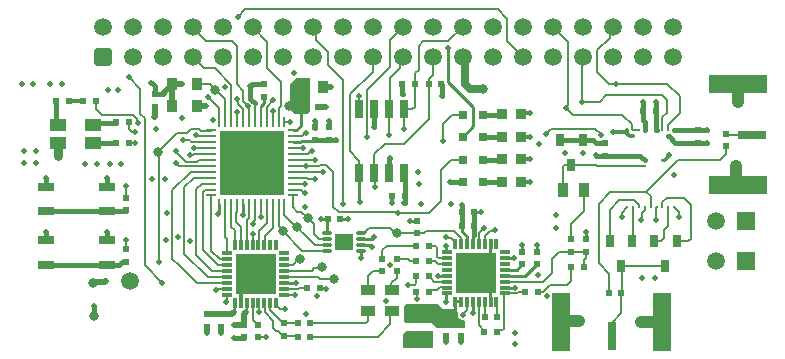
<source format=gtl>
G04*
G04 #@! TF.GenerationSoftware,Altium Limited,Altium Designer,21.2.2 (38)*
G04*
G04 Layer_Physical_Order=1*
G04 Layer_Color=255*
%FSLAX44Y44*%
%MOMM*%
G71*
G04*
G04 #@! TF.SameCoordinates,E7746868-0F62-4201-A4F5-850C2E651218*
G04*
G04*
G04 #@! TF.FilePolarity,Positive*
G04*
G01*
G75*
%ADD12C,0.2540*%
%ADD18R,0.2500X0.8500*%
%ADD19R,0.8500X0.2500*%
%ADD20R,5.5000X5.5000*%
%ADD21R,0.6000X0.5000*%
%ADD22C,0.2000*%
%ADD23R,0.6500X1.1000*%
%ADD24R,0.8500X0.9500*%
%ADD25R,0.8000X0.8000*%
%ADD26R,0.6500X1.5250*%
%ADD27R,1.2500X0.9000*%
%ADD28R,0.9000X1.2500*%
%ADD29R,0.8500X1.0500*%
G04:AMPARAMS|DCode=30|XSize=0.86mm|YSize=0.26mm|CornerRadius=0.0325mm|HoleSize=0mm|Usage=FLASHONLY|Rotation=180.000|XOffset=0mm|YOffset=0mm|HoleType=Round|Shape=RoundedRectangle|*
%AMROUNDEDRECTD30*
21,1,0.8600,0.1950,0,0,180.0*
21,1,0.7950,0.2600,0,0,180.0*
1,1,0.0650,-0.3975,0.0975*
1,1,0.0650,0.3975,0.0975*
1,1,0.0650,0.3975,-0.0975*
1,1,0.0650,-0.3975,-0.0975*
%
%ADD30ROUNDEDRECTD30*%
G04:AMPARAMS|DCode=31|XSize=0.86mm|YSize=0.26mm|CornerRadius=0.0325mm|HoleSize=0mm|Usage=FLASHONLY|Rotation=90.000|XOffset=0mm|YOffset=0mm|HoleType=Round|Shape=RoundedRectangle|*
%AMROUNDEDRECTD31*
21,1,0.8600,0.1950,0,0,90.0*
21,1,0.7950,0.2600,0,0,90.0*
1,1,0.0650,0.0975,0.3975*
1,1,0.0650,0.0975,-0.3975*
1,1,0.0650,-0.0975,-0.3975*
1,1,0.0650,-0.0975,0.3975*
%
%ADD31ROUNDEDRECTD31*%
%ADD32R,0.9000X1.0000*%
%ADD33R,1.4000X1.1000*%
%ADD34R,0.5000X0.6000*%
%ADD35R,1.4500X0.7000*%
G04:AMPARAMS|DCode=36|XSize=0.84mm|YSize=0.27mm|CornerRadius=0.0675mm|HoleSize=0mm|Usage=FLASHONLY|Rotation=0.000|XOffset=0mm|YOffset=0mm|HoleType=Round|Shape=RoundedRectangle|*
%AMROUNDEDRECTD36*
21,1,0.8400,0.1350,0,0,0.0*
21,1,0.7050,0.2700,0,0,0.0*
1,1,0.1350,0.3525,-0.0675*
1,1,0.1350,-0.3525,-0.0675*
1,1,0.1350,-0.3525,0.0675*
1,1,0.1350,0.3525,0.0675*
%
%ADD36ROUNDEDRECTD36*%
%ADD37R,0.7000X2.3500*%
%ADD38R,1.6000X4.9000*%
%ADD39R,4.9000X1.6000*%
%ADD40R,2.3500X0.7000*%
%ADD73R,3.4500X3.4500*%
%ADD74C,0.8000*%
%ADD75R,1.6250X1.4250*%
%ADD76C,0.1847*%
%ADD77C,0.1850*%
%ADD78C,0.2032*%
%ADD79C,0.5080*%
%ADD80C,0.7620*%
%ADD81C,0.3810*%
%ADD82C,0.3048*%
%ADD83C,1.2700*%
%ADD84C,1.0160*%
%ADD85C,0.6350*%
%ADD86C,0.3000*%
%ADD87C,1.5000*%
%ADD88R,1.5000X1.5000*%
G04:AMPARAMS|DCode=89|XSize=1.5mm|YSize=1.5mm|CornerRadius=0.225mm|HoleSize=0mm|Usage=FLASHONLY|Rotation=0.000|XOffset=0mm|YOffset=0mm|HoleType=Round|Shape=RoundedRectangle|*
%AMROUNDEDRECTD89*
21,1,1.5000,1.0500,0,0,0.0*
21,1,1.0500,1.5000,0,0,0.0*
1,1,0.4500,0.5250,-0.5250*
1,1,0.4500,-0.5250,-0.5250*
1,1,0.4500,-0.5250,0.5250*
1,1,0.4500,0.5250,0.5250*
%
%ADD89ROUNDEDRECTD89*%
%ADD90C,0.5000*%
G36*
X363500Y20000D02*
X363500Y6117D01*
X338882D01*
X338500Y6500D01*
Y17500D01*
X341000Y20000D01*
X363500Y20000D01*
D02*
G37*
G36*
X372202Y38645D02*
X382355D01*
X385000Y36000D01*
Y35897D01*
X384640Y35029D01*
Y33239D01*
X385326Y31585D01*
X386591Y30319D01*
X388245Y29634D01*
X389993D01*
X390276Y29426D01*
X391000Y28802D01*
X391000Y23500D01*
X390500Y23000D01*
X367000D01*
X363000Y27000D01*
X341000Y27000D01*
X339000Y29000D01*
X339000Y41471D01*
X340529Y43000D01*
X367847Y43000D01*
X372202Y38645D01*
D02*
G37*
G36*
X260000Y206500D02*
X257500Y204000D01*
X246514Y204000D01*
X244106Y206386D01*
X242500Y207992D01*
Y228490D01*
X243892Y229881D01*
X247973Y234000D01*
X260000Y234000D01*
X260000Y206500D01*
D02*
G37*
D12*
X202990Y118731D02*
Y127875D01*
X182980Y127980D02*
X183000Y128000D01*
X182111Y119755D02*
X182980Y120624D01*
X202932Y127933D02*
X202990Y127875D01*
X182980Y120624D02*
Y127980D01*
X182111Y119089D02*
Y119755D01*
X559500Y165000D02*
X564000Y169500D01*
X558000Y165000D02*
X559500D01*
X423876Y57030D02*
X423901Y57005D01*
X433092D01*
X433096Y57009D01*
X275294Y182250D02*
X275501Y182043D01*
X275604Y182146D01*
X392271Y93484D02*
Y100229D01*
X400000Y69500D02*
X412446Y81946D01*
X400000Y69500D02*
X412446Y57054D01*
X375197Y87026D02*
X376124D01*
X375362Y51974D02*
X376124D01*
X397470Y35275D02*
Y45598D01*
X397483Y45611D01*
X397360Y35165D02*
X397470Y35275D01*
X262675Y181424D02*
X263501Y182250D01*
X251503Y180020D02*
X252907Y181424D01*
X262675D01*
X245020Y180020D02*
X251503D01*
X388244Y104256D02*
Y108950D01*
X220545Y213457D02*
Y218543D01*
X220751Y218749D01*
X309972Y92920D02*
X311665Y91227D01*
X302780Y92920D02*
X309972D01*
X311665Y91227D02*
X312331D01*
X218000Y210500D02*
Y210912D01*
X220545Y213457D01*
X269107Y115037D02*
X274712D01*
X269069Y115074D02*
X269107Y115037D01*
X274712D02*
X274750Y114999D01*
X375108Y51720D02*
X375362Y51974D01*
X375108Y44608D02*
Y51720D01*
X251250Y210500D02*
X252000Y211250D01*
X255249Y210500D02*
X255750Y209999D01*
X251250Y210500D02*
X255249D01*
X251750Y193790D02*
Y210000D01*
X251250Y210500D02*
X251750Y210000D01*
X242000Y210500D02*
X251250D01*
X252000Y225250D02*
X252750Y226000D01*
X253000D01*
X253500Y226500D01*
X374944Y87280D02*
Y92016D01*
Y87280D02*
X375197Y87026D01*
X392271Y93484D02*
X392380Y93376D01*
X388244Y104256D02*
X392271Y100229D01*
X275537Y197911D02*
X275573Y197948D01*
X270500Y226500D02*
X271000Y227000D01*
X313442Y99500D02*
X314000D01*
X305592Y98000D02*
X305630Y98038D01*
X302700Y98000D02*
X305592D01*
X311980Y98038D02*
X313442Y99500D01*
X305630Y98038D02*
X311980D01*
X302700Y93000D02*
X302780Y92920D01*
X252000Y211250D02*
Y225250D01*
X245000Y190000D02*
X247960D01*
X251750Y193790D01*
X275501Y192749D02*
X275537Y192786D01*
X281633Y182146D02*
X281737Y182043D01*
X164000Y210500D02*
X164000Y210500D01*
X376519Y230979D02*
Y259481D01*
Y230979D02*
X397749Y209749D01*
Y193500D02*
Y209749D01*
X389000Y184750D02*
X397749Y193500D01*
X376500Y259500D02*
X376519Y259481D01*
X349954Y113703D02*
X350001Y113749D01*
X344500Y113656D02*
X344547Y113703D01*
X349954D01*
X343500Y33000D02*
X357000D01*
X357500Y33500D01*
X374999Y26750D02*
X375499D01*
X387527Y45597D02*
X387554Y45624D01*
X375499Y26750D02*
X382474Y33725D01*
Y45624D01*
X195500Y25500D02*
X195751Y25249D01*
X302920Y88000D02*
X303000Y87920D01*
Y82000D02*
Y87920D01*
X302700Y88000D02*
X302920D01*
X245000Y180000D02*
X245020Y180020D01*
X493000Y103927D02*
X493180Y104108D01*
X493000Y97751D02*
Y103927D01*
X492999Y97750D02*
X493000Y97751D01*
X431446Y81946D02*
X431750Y82250D01*
X432517D01*
X432517Y82250D01*
X423876Y81946D02*
X431446D01*
X374499Y26750D02*
X374999D01*
X375499D02*
X387499D01*
X357500Y33500D02*
Y40204D01*
X376084Y67000D02*
X376124Y66960D01*
X368000Y67000D02*
X376084D01*
X357500Y33500D02*
X360000Y31000D01*
X370250D01*
X374499Y26750D01*
X382474Y45624D02*
X387554D01*
X398744Y120949D02*
X403993D01*
X398744Y120950D02*
X398744Y120949D01*
X412446Y45624D02*
Y57054D01*
Y81946D02*
Y93376D01*
X451451Y92756D02*
X451475Y92731D01*
Y87525D02*
X451500Y87500D01*
X451475Y87525D02*
Y92731D01*
X439500Y87500D02*
X439501Y87501D01*
Y92750D01*
X388244Y120950D02*
X388253Y120959D01*
Y127161D02*
X388262Y127170D01*
X397460Y93376D02*
X397714Y93630D01*
Y99840D01*
X398744Y100870D01*
X285250Y115000D02*
X291403D01*
X291502Y115099D01*
X285249Y114999D02*
X285250Y115000D01*
X274295Y103000D02*
X274375Y103080D01*
Y114625D01*
X274000Y103000D02*
X274295D01*
X237376Y60880D02*
X247380D01*
X204000Y25250D02*
X204001Y25249D01*
X441709Y66960D02*
X450999Y76251D01*
X423876Y66960D02*
X441709D01*
X434789Y72040D02*
X439499Y76751D01*
X439999D01*
X423876Y72040D02*
X434789D01*
D18*
X183000Y128000D02*
D03*
X188000D02*
D03*
X193000D02*
D03*
X198000D02*
D03*
X203000D02*
D03*
X208000D02*
D03*
X213000D02*
D03*
X218000D02*
D03*
X223000D02*
D03*
X228000D02*
D03*
X233000D02*
D03*
X238000D02*
D03*
Y197000D02*
D03*
X233000D02*
D03*
X228000D02*
D03*
X223000D02*
D03*
X218000D02*
D03*
X213000D02*
D03*
X208000D02*
D03*
X203000D02*
D03*
X198000D02*
D03*
X193000D02*
D03*
X188000D02*
D03*
X183000D02*
D03*
D19*
X245000Y135000D02*
D03*
Y140000D02*
D03*
Y145000D02*
D03*
Y150000D02*
D03*
Y155000D02*
D03*
Y160000D02*
D03*
Y165000D02*
D03*
Y170000D02*
D03*
Y175000D02*
D03*
Y180000D02*
D03*
Y185000D02*
D03*
Y190000D02*
D03*
X176000D02*
D03*
Y185000D02*
D03*
Y180000D02*
D03*
Y175000D02*
D03*
Y170000D02*
D03*
Y165000D02*
D03*
Y160000D02*
D03*
Y155000D02*
D03*
Y150000D02*
D03*
Y145000D02*
D03*
Y140000D02*
D03*
Y135000D02*
D03*
D20*
X210500Y162500D02*
D03*
D21*
X127999Y210251D02*
D03*
Y220750D02*
D03*
X387499Y16251D02*
D03*
Y26750D02*
D03*
X374999Y16251D02*
D03*
Y26750D02*
D03*
X350001Y113749D02*
D03*
Y103250D02*
D03*
X509501Y179249D02*
D03*
Y168750D02*
D03*
X588001Y190249D02*
D03*
Y179750D02*
D03*
X439500Y77000D02*
D03*
Y87500D02*
D03*
X451500Y77000D02*
D03*
Y87500D02*
D03*
X492999Y87251D02*
D03*
Y97750D02*
D03*
X332999Y70751D02*
D03*
Y81250D02*
D03*
X320999Y70751D02*
D03*
Y81250D02*
D03*
X480499Y87251D02*
D03*
Y97750D02*
D03*
X237499Y16251D02*
D03*
Y26750D02*
D03*
X172499Y23751D02*
D03*
Y34250D02*
D03*
X184499Y23751D02*
D03*
Y34250D02*
D03*
X204001Y25249D02*
D03*
Y14750D02*
D03*
X263501Y192749D02*
D03*
Y182250D02*
D03*
X275501Y192749D02*
D03*
Y182250D02*
D03*
X103999Y132750D02*
D03*
Y122251D02*
D03*
X611999Y187250D02*
D03*
Y176751D02*
D03*
X103999Y89250D02*
D03*
Y78751D02*
D03*
X216001Y14750D02*
D03*
Y25249D02*
D03*
X220751Y218750D02*
D03*
Y229249D02*
D03*
D22*
X568000Y125000D02*
D03*
X563000D02*
D03*
X558000D02*
D03*
X553000D02*
D03*
X548000D02*
D03*
X543000D02*
D03*
X538000D02*
D03*
X533000D02*
D03*
X528000D02*
D03*
X543000Y160000D02*
D03*
X558000Y165000D02*
D03*
X543000D02*
D03*
X563000Y185000D02*
D03*
X533000D02*
D03*
X568000Y190000D02*
D03*
X563000D02*
D03*
X558000D02*
D03*
X553000D02*
D03*
X543000D02*
D03*
X538000D02*
D03*
X533000D02*
D03*
X528000D02*
D03*
D23*
X570100Y96000D02*
D03*
X550900D02*
D03*
X560500Y75000D02*
D03*
X532600Y96000D02*
D03*
X513400D02*
D03*
X523000Y75000D02*
D03*
X490599Y181501D02*
D03*
X471399D02*
D03*
X480999Y160501D02*
D03*
D24*
X422249Y146749D02*
D03*
X438249D02*
D03*
X422249Y184749D02*
D03*
X438249D02*
D03*
X422249Y165749D02*
D03*
X438249D02*
D03*
X422249Y203749D02*
D03*
X438249D02*
D03*
D25*
X389000Y164750D02*
D03*
X406500D02*
D03*
X389000Y146250D02*
D03*
X406500D02*
D03*
X389000Y184750D02*
D03*
X406500D02*
D03*
X389000Y203250D02*
D03*
X406500D02*
D03*
D26*
X339550Y208120D02*
D03*
X326850D02*
D03*
X314150D02*
D03*
X301450D02*
D03*
Y153880D02*
D03*
X314150D02*
D03*
X326850D02*
D03*
X339550D02*
D03*
D27*
X357500Y15500D02*
D03*
Y33500D02*
D03*
X329000Y37000D02*
D03*
Y55000D02*
D03*
X309000Y37000D02*
D03*
Y55000D02*
D03*
D28*
X491500Y139500D02*
D03*
X473500D02*
D03*
D29*
X253500Y226500D02*
D03*
X270500D02*
D03*
D30*
X189150Y51000D02*
D03*
Y56000D02*
D03*
Y61000D02*
D03*
Y66000D02*
D03*
Y71000D02*
D03*
Y76000D02*
D03*
Y81000D02*
D03*
Y86000D02*
D03*
X237850D02*
D03*
Y81000D02*
D03*
Y76000D02*
D03*
Y71000D02*
D03*
Y66000D02*
D03*
Y61000D02*
D03*
Y56000D02*
D03*
Y51000D02*
D03*
X375650Y52000D02*
D03*
Y57000D02*
D03*
Y62000D02*
D03*
Y67000D02*
D03*
Y72000D02*
D03*
Y77000D02*
D03*
Y82000D02*
D03*
Y87000D02*
D03*
X424350D02*
D03*
Y82000D02*
D03*
Y77000D02*
D03*
Y72000D02*
D03*
Y67000D02*
D03*
Y62000D02*
D03*
Y57000D02*
D03*
Y52000D02*
D03*
D31*
X196000Y92850D02*
D03*
X201000D02*
D03*
X206000D02*
D03*
X211000D02*
D03*
X216000D02*
D03*
X221000D02*
D03*
X226000D02*
D03*
X231000D02*
D03*
X196000Y44150D02*
D03*
X201000D02*
D03*
X206000D02*
D03*
X211000D02*
D03*
X216000D02*
D03*
X221000D02*
D03*
X226000D02*
D03*
X231000D02*
D03*
X382500Y93850D02*
D03*
X387500D02*
D03*
X392500D02*
D03*
X397500D02*
D03*
X402500D02*
D03*
X407500D02*
D03*
X412500D02*
D03*
X417500D02*
D03*
X382500Y45150D02*
D03*
X387500D02*
D03*
X392500D02*
D03*
X397500D02*
D03*
X402500D02*
D03*
X407500D02*
D03*
X412500D02*
D03*
X417500D02*
D03*
D32*
X143000Y229500D02*
D03*
Y210500D02*
D03*
X164000D02*
D03*
Y229500D02*
D03*
D33*
X46000Y195000D02*
D03*
Y179000D02*
D03*
X76000Y195000D02*
D03*
Y179000D02*
D03*
D34*
X349751Y66501D02*
D03*
X360250D02*
D03*
X349751Y53501D02*
D03*
X360250D02*
D03*
X388244Y120950D02*
D03*
X398744D02*
D03*
X388244Y108950D02*
D03*
X398744D02*
D03*
X552249Y206499D02*
D03*
X541750D02*
D03*
X257251Y56501D02*
D03*
X267750D02*
D03*
X491249Y73999D02*
D03*
X480750D02*
D03*
X417749Y19499D02*
D03*
X407250D02*
D03*
X407751Y32001D02*
D03*
X418250D02*
D03*
X285249Y114999D02*
D03*
X274750D02*
D03*
X339749Y134499D02*
D03*
X329250D02*
D03*
X266249Y209999D02*
D03*
X255750D02*
D03*
X512750Y51999D02*
D03*
X523249D02*
D03*
X349750Y79499D02*
D03*
X360249D02*
D03*
X349750Y91999D02*
D03*
X360249D02*
D03*
X249500Y15500D02*
D03*
X260000D02*
D03*
X441750Y52999D02*
D03*
X452249D02*
D03*
X249419Y27267D02*
D03*
X259919D02*
D03*
X360250Y228999D02*
D03*
X370749D02*
D03*
X337750D02*
D03*
X348249D02*
D03*
X106250Y179001D02*
D03*
X95751D02*
D03*
X106250Y197001D02*
D03*
X95751D02*
D03*
X78250Y215001D02*
D03*
X67751D02*
D03*
X55250D02*
D03*
X44751D02*
D03*
D35*
X88000Y76500D02*
D03*
Y97000D02*
D03*
X36500Y76500D02*
D03*
Y97000D02*
D03*
X88000Y122000D02*
D03*
Y142500D02*
D03*
X36500Y122000D02*
D03*
Y142500D02*
D03*
D36*
X274000Y103000D02*
D03*
Y98000D02*
D03*
Y93000D02*
D03*
Y88000D02*
D03*
X302700D02*
D03*
Y93000D02*
D03*
Y98000D02*
D03*
Y103000D02*
D03*
D37*
X515000Y16000D02*
D03*
D38*
X557500Y28250D02*
D03*
X472500D02*
D03*
D39*
X621750Y144000D02*
D03*
Y229000D02*
D03*
D40*
X634000Y186500D02*
D03*
D73*
X213500Y68500D02*
D03*
X400000Y69500D02*
D03*
D74*
X76250Y61250D02*
D03*
X406500Y225000D02*
D03*
X242000Y210500D02*
D03*
X179000Y224500D02*
D03*
X76500Y32500D02*
D03*
X131314Y172000D02*
D03*
X258000Y115500D02*
D03*
X248500Y108000D02*
D03*
X236500Y104500D02*
D03*
X333499Y103001D02*
D03*
X280000Y64000D02*
D03*
X269500Y74500D02*
D03*
X251000Y81000D02*
D03*
D75*
X288350Y95500D02*
D03*
D76*
X576000Y133000D02*
X581848Y127152D01*
X558000Y129148D02*
X561852Y133000D01*
X576000D01*
X568000Y125000D02*
X571822Y121178D01*
Y117086D02*
Y121178D01*
Y117086D02*
X572425Y116483D01*
X579648Y96000D02*
X581848Y98201D01*
Y127152D01*
X552971Y114791D02*
Y124971D01*
X552500Y114320D02*
X552971Y114791D01*
X504000Y77500D02*
Y128000D01*
X514000Y138000D02*
X544500D01*
X504000Y128000D02*
X514000Y138000D01*
X552971Y124971D02*
X553000Y125000D01*
X228021Y197021D02*
Y206294D01*
X228000Y197000D02*
X228021Y197021D01*
X213000Y113800D02*
Y128000D01*
X228021Y206294D02*
X228042Y206315D01*
X217972Y127972D02*
X218000Y128000D01*
X217943Y117093D02*
X217972Y117122D01*
Y127972D01*
X211253Y112053D02*
X213000Y113800D01*
X211253Y111200D02*
Y112053D01*
X481251Y160753D02*
X501747D01*
X502248Y160252D01*
X542095D01*
X542318Y160029D02*
X542971D01*
X474977Y160501D02*
X480999D01*
X481251Y160753D01*
X542095Y160252D02*
X542318Y160029D01*
X542971D02*
X543000Y160000D01*
X473625Y139625D02*
Y159149D01*
X474977Y160501D01*
X473500Y139500D02*
X473625Y139625D01*
X423949Y61953D02*
X456952D01*
X423876Y51974D02*
X435052D01*
X436077Y52999D02*
X441750D01*
X456952Y61953D02*
X464500Y69500D01*
X435052Y51974D02*
X436077Y52999D01*
X360345Y91904D02*
X366148D01*
X367500Y83022D02*
Y90551D01*
X366148Y91904D02*
X367500Y90551D01*
X360249Y91999D02*
X360345Y91904D01*
X367500Y83022D02*
X368529Y81993D01*
X375643D02*
X375650Y82000D01*
X368529Y81993D02*
X375643D01*
X365501Y79499D02*
X367880Y77120D01*
X376124D01*
X360249Y79499D02*
X365501D01*
X260000Y15500D02*
X316927D01*
X327500Y26073D01*
Y35500D01*
X329000Y37000D01*
X259919Y27267D02*
X307267D01*
X309000Y29000D02*
Y37000D01*
X307267Y27267D02*
X309000Y29000D01*
X612750Y186500D02*
X637500D01*
X611999Y187250D02*
X612750Y186500D01*
X544500Y138000D02*
Y138000D01*
X571500Y165000D02*
X607000D01*
X544500Y138000D02*
X571500Y165000D01*
X544500Y138000D02*
X548000Y134500D01*
Y125000D02*
Y134500D01*
X607000Y165000D02*
X611999Y169999D01*
Y176751D01*
X504000Y77500D02*
X512750Y68750D01*
Y51999D02*
Y68750D01*
X523000Y75000D02*
X560500D01*
X523000D02*
X523500Y74500D01*
Y52250D02*
Y74500D01*
X515000Y27000D02*
X523249Y35249D01*
Y51999D01*
X515000Y10000D02*
Y27000D01*
X523249Y51999D02*
X523500Y52250D01*
X361827Y64774D02*
X364721Y61880D01*
X360250Y67001D02*
X361827Y65424D01*
Y64774D02*
Y65424D01*
X364721Y61880D02*
X376124D01*
X402685Y93906D02*
Y103057D01*
X407000Y107372D01*
X402685Y93906D02*
X402877Y93714D01*
X407000Y107372D02*
Y107500D01*
X349675Y60852D02*
Y66425D01*
X342500Y59500D02*
X348323D01*
X349675Y60852D01*
Y66425D02*
X349751Y66501D01*
X360250Y54501D02*
X367001D01*
X369554Y57054D02*
X376124D01*
X367001Y54501D02*
X369554Y57054D01*
X407877Y100800D02*
X411973Y104897D01*
X407877Y97227D02*
Y100800D01*
X411973Y104897D02*
X415397D01*
X416000Y105500D01*
X407620Y96970D02*
X407877Y97227D01*
X350000Y47500D02*
Y53251D01*
X349751Y53501D02*
X350000Y53251D01*
X344500Y79499D02*
X349750D01*
X342749Y81250D02*
X344500Y79499D01*
X332999Y81250D02*
X342749D01*
X328500Y61000D02*
X332999Y65499D01*
Y70751D01*
X328500Y55500D02*
Y61000D01*
Y55500D02*
X329000Y55000D01*
X320999Y81250D02*
Y88499D01*
X324499Y91999D01*
X349750D01*
X312751Y70751D02*
X320999D01*
X309000Y55000D02*
Y67000D01*
X312751Y70751D01*
X491500Y122000D02*
Y139500D01*
X480499Y110999D02*
X491500Y122000D01*
X480499Y97750D02*
Y110999D01*
X237499Y26750D02*
X248903D01*
X249419Y27267D01*
X235423Y28327D02*
X236999Y26750D01*
X235423Y28327D02*
Y28577D01*
X225946Y38054D02*
X235423Y28577D01*
X236999Y26750D02*
X237499D01*
X225946Y38054D02*
Y44624D01*
X237499Y16251D02*
X248749D01*
X236999D02*
X237499D01*
X248749D02*
X249500Y15500D01*
X232709Y20541D02*
X236999Y16251D01*
X230459Y20541D02*
X232709D01*
X228500Y22500D02*
X230459Y20541D01*
X228500Y22500D02*
Y28500D01*
X221120Y35880D02*
Y44624D01*
Y35880D02*
X228500Y28500D01*
X457090Y53590D02*
X463000Y59500D01*
X452840Y53590D02*
X457090D01*
X452249Y52999D02*
X452840Y53590D01*
X463000Y59500D02*
X477500D01*
X480750Y62750D01*
Y73999D01*
X492999Y87251D02*
X493000Y87250D01*
Y82000D02*
Y87250D01*
X491249Y80249D02*
X493000Y82000D01*
X491249Y73999D02*
Y80249D01*
X464500Y69500D02*
Y81000D01*
X470751Y87251D02*
X480499D01*
X464500Y81000D02*
X470751Y87251D01*
X480499D02*
X492577D01*
X492999D01*
X402303Y24946D02*
X407250Y19999D01*
X402303Y24946D02*
Y36014D01*
X402540Y36251D01*
X402500Y45150D02*
X402540Y45110D01*
Y36251D02*
Y45110D01*
X407250Y19499D02*
Y19999D01*
X407435Y45439D02*
X407620Y45624D01*
X407435Y32185D02*
Y45439D01*
X407251Y32001D02*
X407435Y32185D01*
X417638Y32113D02*
X417750Y32001D01*
X417526Y45624D02*
X417638Y45512D01*
Y32113D02*
Y45512D01*
X422524Y20831D02*
X423876Y22183D01*
X417749Y19499D02*
X419081Y20831D01*
X422524D01*
X423876Y22183D02*
Y51974D01*
X247159Y51028D02*
X247186Y51055D01*
X237850Y51000D02*
X237878Y51028D01*
X247159D01*
X418700Y292500D02*
X426500Y284700D01*
Y265500D02*
Y284700D01*
X198500Y286000D02*
X205000Y292500D01*
X418700D01*
X426500Y265500D02*
X439750Y252250D01*
X389140Y34987D02*
X392380Y38227D01*
Y45624D01*
X389140Y34134D02*
Y34987D01*
X378956Y99134D02*
X381573Y96517D01*
X382474Y93376D02*
Y95916D01*
X381573Y96517D02*
X381873D01*
X374417Y99661D02*
X374944Y99134D01*
X378956D01*
X381873Y96517D02*
X382474Y95916D01*
X88000Y103500D02*
X88000Y103500D01*
X88000Y103500D02*
Y104000D01*
X306721Y104746D02*
X309354Y107378D01*
X306721Y104172D02*
Y104746D01*
X305550Y103000D02*
X306721Y104172D01*
X327457Y107378D02*
X331833Y103001D01*
X333499D01*
X350001Y103000D02*
X356250D01*
X302700Y103000D02*
X305550D01*
X309354Y107378D02*
X327457D01*
X333500Y103000D02*
X350001D01*
X236550Y248691D02*
Y252250D01*
X103999Y89250D02*
X104000Y89251D01*
X570100Y96000D02*
X579648D01*
X88000Y150000D02*
X88000Y150000D01*
X558000Y125000D02*
Y129148D01*
X532600Y96000D02*
X533000Y96400D01*
Y125000D01*
X513400Y122900D02*
X521500Y131000D01*
X513400Y96000D02*
Y122900D01*
X521500Y131000D02*
X534000D01*
X537971Y125029D02*
Y127029D01*
Y125029D02*
X538000Y125000D01*
X534000Y131000D02*
X537971Y127029D01*
X333499Y103001D02*
X333500Y103000D01*
X189165Y55595D02*
X189624Y56054D01*
X180000Y55136D02*
X180459Y55595D01*
X189165D01*
X249613Y65960D02*
X266460D01*
X245428Y55999D02*
X249571D01*
X245387Y65960D02*
X245428Y66001D01*
X245373Y56054D02*
X245428Y55999D01*
X249627Y56054D02*
X249804D01*
X237376Y65960D02*
X245387D01*
X249571Y55999D02*
X249627Y56054D01*
X245428Y66001D02*
X249571D01*
X237376Y56054D02*
X245373D01*
X249571Y66001D02*
X249613Y65960D01*
X210960Y43608D02*
Y44624D01*
X103999Y142499D02*
X104000Y142500D01*
Y143000D01*
X237376Y76120D02*
X245000D01*
X249880Y81000D01*
X251000D01*
X261040Y71040D02*
X263323Y73323D01*
X268323D02*
X269500Y74500D01*
X263323Y73323D02*
X268323D01*
X268420Y64000D02*
X280000D01*
X266460Y65960D02*
X268420Y64000D01*
X237376Y71040D02*
X261040D01*
D77*
X559704Y105477D02*
X563000Y108773D01*
Y125000D01*
X540190Y114000D02*
X540661Y114471D01*
Y120068D01*
X543000Y122408D01*
X559704Y98564D02*
Y105477D01*
X557140Y96000D02*
X559704Y98564D01*
X550900Y96000D02*
X557140D01*
X543000Y122408D02*
Y125000D01*
X523500Y117000D02*
Y120500D01*
X528000Y125000D01*
D78*
X175000Y229500D02*
X188000Y216500D01*
X238000Y118500D02*
X263500Y93000D01*
X159233Y180593D02*
X164815D01*
X146500Y171990D02*
Y172373D01*
X165285Y165000D02*
X176000D01*
X255010Y145046D02*
X255349Y144707D01*
X158301Y181525D02*
X159233Y180593D01*
X202604Y208151D02*
Y208178D01*
X152417Y181525D02*
X158301D01*
X146138Y162101D02*
X146941D01*
X202604Y208151D02*
X203000Y207755D01*
X164971Y180437D02*
X169746D01*
X245000Y170000D02*
X257694D01*
X161766Y175234D02*
X175766D01*
X169746Y180437D02*
X169856Y180327D01*
X146941Y162101D02*
X149042Y160000D01*
X183000Y197000D02*
Y208927D01*
X157839Y168909D02*
X158407Y169476D01*
X207766Y197234D02*
X208000Y197000D01*
X256510Y159995D02*
X256515Y159990D01*
X197964Y205428D02*
X197982Y205410D01*
X160820Y170017D02*
X175983D01*
X238000Y197000D02*
X238279Y197279D01*
X245000Y165000D02*
X245075Y165075D01*
X222999Y209983D02*
X228635Y215620D01*
X158407Y169476D02*
X160279D01*
X263445Y165075D02*
X263520Y165151D01*
X163999Y163714D02*
X165285Y165000D01*
X164815Y180593D02*
X164971Y180437D01*
X175983Y170017D02*
X176000Y170000D01*
X254705Y154450D02*
X270607D01*
X151850Y182093D02*
X152417Y181525D01*
X161500Y175500D02*
X161766Y175234D01*
X238279Y197279D02*
X242888D01*
X175766Y175234D02*
X176000Y175000D01*
X146500Y171990D02*
X154776Y163714D01*
X163999D01*
X169856Y180327D02*
X175673D01*
X149042Y160000D02*
X176000D01*
X160279Y169476D02*
X160820Y170017D01*
X175673Y180327D02*
X176000Y180000D01*
X173593Y218333D02*
X183000Y208927D01*
X163187Y186135D02*
X163990D01*
X165125Y185000D01*
X245018Y175018D02*
X253982D01*
X165125Y185000D02*
X176000D01*
X253982Y175018D02*
X254000Y175036D01*
X260379Y172685D02*
X261182D01*
X207325Y210383D02*
X207766Y209942D01*
X245000Y185000D02*
X245234Y185234D01*
X197982Y197018D02*
Y205410D01*
Y197018D02*
X198000Y197000D01*
X197997Y216623D02*
X198565Y216055D01*
Y212217D02*
Y216055D01*
Y212217D02*
X202604Y208178D01*
X203000Y197000D02*
Y207755D01*
X254198Y186932D02*
X255949D01*
X251631Y140000D02*
X254462Y137169D01*
X207766Y197234D02*
Y209942D01*
X222999Y197001D02*
X223000Y197000D01*
X222999Y197001D02*
Y209983D01*
X252500Y185234D02*
X254198Y186932D01*
X245234Y185234D02*
X252500D01*
X245000Y140000D02*
X251631D01*
X255949Y186932D02*
X256517Y187500D01*
X245000Y175000D02*
X245018Y175018D01*
X257694Y170000D02*
X260379Y172685D01*
X245075Y165075D02*
X263445D01*
X254462Y137169D02*
X255180D01*
X245000Y160000D02*
X245005Y159995D01*
X256510D01*
X245000Y155000D02*
X254156D01*
X245000Y145000D02*
X245046Y145046D01*
X254156Y155000D02*
X254705Y154450D01*
X245000Y150000D02*
X257613D01*
X262992Y149294D02*
X263500Y148787D01*
X257613Y150000D02*
X258318Y149294D01*
X262992D01*
X202932Y127933D02*
X203000Y128000D01*
X245046Y145046D02*
X255010D01*
X131314Y172000D02*
Y172064D01*
X172473Y189473D02*
X172766Y189766D01*
X167477Y189473D02*
X172473D01*
X175766Y189766D02*
X176000Y190000D01*
X131314Y172000D02*
X131538Y171777D01*
X146723Y187473D02*
X155598D01*
X131314Y172064D02*
X146723Y187473D01*
X159296Y191171D02*
X165780D01*
X155598Y187473D02*
X159296Y191171D01*
X172766Y189766D02*
X175766D01*
X131460Y79394D02*
Y150860D01*
X131538Y150938D01*
X165780Y191171D02*
X167477Y189473D01*
X131538Y150938D02*
Y171777D01*
X131460Y79394D02*
X131917Y78937D01*
X360250Y199750D02*
Y227500D01*
X360000Y233500D02*
X363550Y237050D01*
X360000Y227750D02*
X360250Y227500D01*
X360000Y227750D02*
Y233500D01*
X363550Y237050D02*
Y252250D01*
X314150Y153880D02*
X314500Y153530D01*
Y142000D02*
Y153530D01*
X339167Y178668D02*
X360250Y199750D01*
X314150Y169650D02*
X323167Y178668D01*
X339167D01*
X314150Y153880D02*
Y169650D01*
X302000Y157000D02*
X303000Y158000D01*
X302000Y129500D02*
Y157000D01*
X301450Y130768D02*
X302000Y130218D01*
Y129500D02*
Y130218D01*
X301450Y130768D02*
Y164550D01*
X293571Y172429D02*
X301450Y164550D01*
X293571Y172429D02*
Y220571D01*
X312750Y239750D01*
Y252250D01*
X326769Y185972D02*
Y207501D01*
X327617Y208348D02*
Y234617D01*
X326769Y207501D02*
X327617Y208348D01*
Y234617D02*
X336093Y243093D01*
Y250194D01*
X338150Y252250D01*
X351500Y261500D02*
X355500Y265500D01*
X376800D02*
X388950Y277650D01*
X355500Y265500D02*
X376800D01*
X348249Y228999D02*
Y238304D01*
X351500Y241555D01*
Y261500D01*
X339500Y191000D02*
Y208070D01*
X339550Y208120D01*
X346300Y208125D02*
X348249Y210074D01*
Y228999D01*
X339555Y208125D02*
X346300D01*
X339550Y208120D02*
X339555Y208125D01*
X210960Y92376D02*
Y102460D01*
X116000Y204000D02*
X119763Y200237D01*
X106500Y235000D02*
X116000Y225500D01*
Y204000D02*
Y225500D01*
X510350Y219700D02*
X557800D01*
X562000Y215500D01*
X505150Y214500D02*
X510350Y219700D01*
X267454Y160025D02*
X268142Y160713D01*
X256502Y160012D02*
X256515Y160025D01*
X268142Y160713D02*
X273367D01*
X256515Y160025D02*
X267454D01*
X273367Y160713D02*
X279500Y154580D01*
X205880Y104531D02*
Y113939D01*
X208026Y116085D01*
Y120817D01*
X208000Y120843D02*
X208026Y120817D01*
X208000Y120843D02*
Y128000D01*
X188000Y121573D02*
X188001Y121572D01*
Y117428D02*
Y121572D01*
X188000Y117427D02*
X188001Y117428D01*
X188000Y99500D02*
Y117427D01*
Y99500D02*
X189624Y97876D01*
X188000Y121573D02*
Y128000D01*
X163410Y140410D02*
X168000Y145000D01*
X163410Y84590D02*
X176960Y71040D01*
X153338Y85662D02*
X173040Y65960D01*
X153338Y85662D02*
Y141838D01*
X161500Y150000D01*
X163410Y84590D02*
Y140410D01*
X143202Y81298D02*
Y139202D01*
Y81298D02*
X148500Y76000D01*
X143202Y139202D02*
X159000Y155000D01*
X233078Y208785D02*
X235366Y211073D01*
X233078Y204228D02*
Y208785D01*
X233001Y197001D02*
Y204152D01*
X233078Y204228D01*
X235366Y211073D02*
Y231134D01*
X233000Y197000D02*
X233001Y197001D01*
X223500Y243000D02*
X235366Y231134D01*
X213000Y197000D02*
Y213119D01*
X192928Y197072D02*
Y228572D01*
X179000Y242500D02*
X192928Y228572D01*
X203306Y214620D02*
Y223694D01*
X207325Y210383D02*
Y210602D01*
X198000Y229000D02*
X203306Y223694D01*
Y214620D02*
X207325Y210602D01*
X192928Y197072D02*
X193000Y197000D01*
X478000Y211303D02*
Y264800D01*
X465150Y277650D02*
X478000Y264800D01*
X476500Y209803D02*
X478000Y211303D01*
X476500Y209000D02*
Y209803D01*
X513663Y275363D02*
X515950Y277650D01*
X503000Y258000D02*
X513663Y268663D01*
X503000Y239450D02*
Y258000D01*
X513663Y268663D02*
Y275363D01*
X387500Y93430D02*
Y99000D01*
Y93430D02*
X387554Y93376D01*
X358005Y104755D02*
X381745D01*
X387500Y99000D01*
X223000Y119234D02*
Y128000D01*
X228000Y107500D02*
Y128000D01*
X223000Y119234D02*
X223003Y119231D01*
X221120Y100620D02*
X228000Y107500D01*
X223003Y115088D02*
Y119231D01*
X223000Y115085D02*
X223003Y115088D01*
X519000Y229500D02*
X562000D01*
X512950D02*
X519000D01*
X562000D02*
X572500Y219000D01*
X503000Y239450D02*
X512950Y229500D01*
X372500Y181000D02*
Y195500D01*
X380250Y203250D01*
X389000D01*
X301500Y218500D02*
Y219500D01*
X301450Y208120D02*
Y218450D01*
X301500Y218500D01*
X111080Y188920D02*
X111648Y188352D01*
X108580Y188920D02*
X111080D01*
X106250Y191250D02*
X108580Y188920D01*
X106250Y191250D02*
Y197001D01*
X113063Y197228D02*
Y199181D01*
Y197228D02*
X113590Y196701D01*
X218000Y197000D02*
Y210500D01*
X459625Y187125D02*
X463875Y191375D01*
X284077Y120923D02*
X334077D01*
X279500Y125500D02*
X284077Y120923D01*
X279500Y125500D02*
Y154580D01*
X275000Y245000D02*
Y256424D01*
X287500Y128000D02*
Y232500D01*
X275000Y245000D02*
X287500Y232500D01*
X223500Y243000D02*
Y265300D01*
X198000Y229000D02*
Y261500D01*
X194000Y265500D02*
X198000Y261500D01*
X258000Y115500D02*
X262958Y110542D01*
X252250Y121250D02*
X258000Y115500D01*
X262958Y102042D02*
X267000Y98000D01*
X262958Y102042D02*
Y110542D01*
X221120Y92376D02*
Y100620D01*
X159000Y155000D02*
X176000D01*
X248750Y121250D02*
X252250D01*
X263500Y93000D02*
X274000D01*
X233000Y108972D02*
Y128000D01*
X236500Y104500D02*
Y105472D01*
X233000Y108972D02*
X236500Y105472D01*
X238000Y118500D02*
Y128000D01*
X236500Y104500D02*
X252984Y88016D01*
X253906D01*
X170314Y139673D02*
X175673D01*
X168827Y138186D02*
X170314Y139673D01*
X175673D02*
X176000Y140000D01*
X168827Y88673D02*
Y138186D01*
X148500Y76000D02*
X163601Y60899D01*
X148500Y76000D02*
Y76000D01*
X163601Y60899D02*
X189605D01*
X220751Y218749D02*
X220751Y218750D01*
X168000Y145000D02*
X176000D01*
X161500Y150000D02*
X176000D01*
X106251Y179000D02*
X111500D01*
X205460Y36000D02*
X205880Y36420D01*
Y44624D01*
X210960Y29790D02*
Y43608D01*
X307500Y184500D02*
Y224500D01*
X327000Y244000D01*
Y266500D01*
X338150Y277650D01*
X264467Y266957D02*
X275000Y256424D01*
X463875Y191375D02*
X501125D01*
X287353Y127853D02*
X287500Y128000D01*
X223000Y111500D02*
Y115085D01*
X216040Y104540D02*
X223000Y111500D01*
X112763Y199482D02*
X113063Y199181D01*
X164000Y229500D02*
X175000D01*
X109462Y203423D02*
X112763Y200122D01*
Y199482D02*
Y200122D01*
X83134Y203423D02*
X109462D01*
X78250Y208307D02*
X83134Y203423D01*
X119763Y75737D02*
Y200237D01*
Y75737D02*
X134500Y61000D01*
X106250Y179001D02*
X106251Y179000D01*
X176960Y71040D02*
X189624D01*
X173040Y65960D02*
X189624D01*
X104000Y89251D02*
Y97000D01*
X160350Y276650D02*
X171500Y265500D01*
X160350Y276650D02*
Y277650D01*
X171500Y265500D02*
X194000D01*
X78250Y208307D02*
Y215001D01*
X378750Y164750D02*
X389000D01*
X562000Y205000D02*
Y215500D01*
X490000Y214500D02*
X505150D01*
X482500Y203000D02*
X524001D01*
X531923Y191118D02*
Y195077D01*
X524001Y203000D02*
X531923Y195077D01*
Y191118D02*
X533000Y190042D01*
Y190000D02*
Y190042D01*
X533029Y190029D02*
X533682D01*
X533694Y190042D02*
X537917D01*
X537958Y190000D02*
X538000D01*
X533000D02*
X533029Y190029D01*
X533682D02*
X533694Y190042D01*
X537917D02*
X537958Y190000D01*
X476500Y209000D02*
X482500Y203000D01*
X501125Y191375D02*
X505889Y186611D01*
Y186313D02*
Y186611D01*
X370500Y156500D02*
X378750Y164750D01*
X370500Y130500D02*
Y156500D01*
X360500Y120500D02*
X370500Y130500D01*
X334500Y120500D02*
X360500D01*
X334077Y120923D02*
X334500Y120500D01*
X168827Y88673D02*
X181380Y76120D01*
X189624D01*
X176000Y88000D02*
Y135000D01*
Y88000D02*
X183054Y80946D01*
X189624D01*
X234610Y38500D02*
X238500D01*
X231026Y42084D02*
Y44624D01*
Y42084D02*
X234610Y38500D01*
X172499Y18501D02*
X172500Y18500D01*
X253906Y88016D02*
X253922Y88000D01*
X274000D01*
X245000Y125000D02*
X248750Y121250D01*
X197124Y112376D02*
Y120256D01*
Y112376D02*
X201054Y108446D01*
X205880Y92376D02*
Y104531D01*
X197124Y120256D02*
X198000Y121131D01*
X205880Y104531D02*
X205880Y104531D01*
X198000Y121131D02*
Y128000D01*
X193000Y108500D02*
Y128000D01*
X195974Y100526D02*
Y105526D01*
Y92376D02*
Y100526D01*
X193000Y108500D02*
X195974Y105526D01*
X201054Y92376D02*
Y108446D01*
X189624Y95376D02*
Y97876D01*
X210960Y102460D02*
X211000Y102500D01*
X563000Y195000D02*
X572500Y204500D01*
X563000Y190000D02*
Y195000D01*
X558000Y201000D02*
X562000Y205000D01*
X558000Y190000D02*
Y201000D01*
X572500Y204500D02*
Y219000D01*
X356250Y103000D02*
X358005Y104755D01*
X245000Y125000D02*
Y135000D01*
X247380Y60880D02*
X247500Y61000D01*
X249804Y56054D02*
X250251Y56501D01*
X257251D01*
X267750D02*
X267908Y56343D01*
X272842D01*
X273000Y56185D01*
X188608Y44878D02*
X189624Y45894D01*
Y50974D01*
X210960Y29790D02*
X215501Y25249D01*
X216079Y36443D02*
X216119Y36404D01*
X216040Y44624D02*
X216079Y44585D01*
Y36443D02*
Y44585D01*
X215501Y25249D02*
X216001D01*
Y14750D02*
X222250D01*
X222500Y15000D01*
X195500Y36500D02*
X195974Y36974D01*
Y44624D01*
X103999Y132750D02*
Y142499D01*
X188000Y197000D02*
Y216500D01*
X170100Y242500D02*
X179000D01*
X160350Y252250D02*
X170100Y242500D01*
X189624Y86026D02*
Y95376D01*
X216040Y92376D02*
Y104540D01*
X264467Y266957D02*
Y275133D01*
X261950Y277650D02*
X264467Y275133D01*
X211150Y277650D02*
X223500Y265300D01*
X490275Y251975D02*
X490550Y252250D01*
X490275Y214775D02*
Y251975D01*
X490000Y214500D02*
X490275Y214775D01*
X267000Y98000D02*
X274000D01*
D79*
X85311Y61311D02*
X86500Y62500D01*
X76311Y61311D02*
X85311D01*
X76250Y61250D02*
X76311Y61311D01*
X45898Y178898D02*
X46000Y179000D01*
X134750Y220750D02*
X143000Y229000D01*
Y210500D02*
Y229000D01*
Y229500D02*
X143250Y229750D01*
X151000D01*
X128000Y201631D02*
Y209182D01*
X127858Y201490D02*
X128000Y201631D01*
X557250Y28000D02*
X557500Y28250D01*
X266249Y210004D02*
X266289Y210044D01*
X266249Y209999D02*
Y210004D01*
X266289Y210044D02*
X272855D01*
X271000Y227000D02*
X277000D01*
X387500Y11000D02*
Y16250D01*
X387499Y16251D02*
X387500Y16250D01*
X374999Y16251D02*
X375000Y16250D01*
Y11000D02*
Y16250D01*
X193698Y34250D02*
X195500Y36052D01*
X184499Y34250D02*
X193698D01*
X172499D02*
X184499D01*
X204000Y25250D02*
Y34540D01*
X205460Y36000D01*
X620500Y145250D02*
X621750Y144000D01*
X164000Y210500D02*
X171500D01*
X284650Y99200D02*
X288350Y95500D01*
X172499Y18501D02*
Y23751D01*
X195751Y25249D02*
X204001D01*
X184499Y18501D02*
Y23751D01*
X621500Y213000D02*
Y214000D01*
X621750Y214250D01*
D80*
X45898Y168172D02*
Y178898D01*
D81*
X127999Y220750D02*
X134750D01*
X143000Y229000D02*
Y229500D01*
X125651Y229849D02*
X127999Y227501D01*
X125151Y229849D02*
X125651D01*
X125000Y230000D02*
X125151Y229849D01*
X127999Y220750D02*
Y227501D01*
X499579Y181501D02*
X502080Y179000D01*
X502500D01*
X501500D02*
X502080D01*
X263500Y192298D02*
Y198000D01*
X509466Y168750D02*
X539250D01*
X543000Y165000D01*
X568750Y179750D02*
X588001D01*
X587751Y190000D02*
X588001Y190249D01*
X388244Y108950D02*
Y120950D01*
X398332Y108539D02*
X398744Y108950D01*
X398332Y101282D02*
Y108539D01*
X398744Y108950D02*
Y120950D01*
X326850Y153880D02*
Y166350D01*
X314105Y208075D02*
X314150Y208120D01*
X327000Y166500D02*
Y167000D01*
X326850Y166350D02*
X327000Y166500D01*
X314060Y192951D02*
X314105Y192996D01*
Y208075D01*
X36500Y97000D02*
Y104000D01*
Y76500D02*
X88000D01*
X88000Y76500D01*
Y97000D02*
Y103500D01*
X371000Y219237D02*
Y228749D01*
X370749Y228999D02*
X371000Y228749D01*
X209178Y216941D02*
X213000Y213119D01*
X275537Y192786D02*
Y197911D01*
X209440Y227878D02*
X210811Y229249D01*
X220738D01*
X44751Y196249D02*
X46000Y195000D01*
X44751Y196249D02*
Y215001D01*
X76000Y195000D02*
X77000Y196000D01*
X95156D02*
X95751Y196595D01*
X77000Y196000D02*
X95156D01*
X95751Y196595D02*
Y197001D01*
X76000Y179000D02*
X95750D01*
X76000Y179000D02*
X76000Y179000D01*
X95750D02*
X95751Y179001D01*
X209226Y227878D02*
X209440D01*
X209226Y216989D02*
Y227878D01*
X209178Y216941D02*
X209226Y216989D01*
X275604Y182146D02*
X281633D01*
X339650Y134599D02*
Y153780D01*
Y134599D02*
X339749Y134499D01*
X339550Y153880D02*
X339650Y153780D01*
X339749Y134499D02*
X340000Y134249D01*
X88000Y76500D02*
X98200D01*
X100450Y78751D01*
X103999D01*
X337750Y228999D02*
X337875Y228874D01*
Y220710D02*
Y228874D01*
Y220710D02*
X338000Y220585D01*
X378500Y146000D02*
X378750Y146250D01*
X389000D01*
X502749Y179249D02*
X509501D01*
X502500Y179000D02*
X502749Y179249D01*
X340000Y129000D02*
Y134249D01*
X339500Y128500D02*
X340000Y129000D01*
X263707Y182250D02*
X275294D01*
X77000Y33000D02*
Y41500D01*
X76500Y32500D02*
X77000Y33000D01*
X85500Y122000D02*
X103749D01*
X88000Y142500D02*
Y150000D01*
X36500Y122000D02*
X88000D01*
X88000Y122000D01*
X36500Y142500D02*
Y150000D01*
X195500Y14500D02*
X203751D01*
X204001Y14750D01*
X490599Y181501D02*
X499579D01*
X471399D02*
X490599D01*
X406749Y203500D02*
X422000D01*
X406500Y203250D02*
X406749Y203500D01*
X422000D02*
X422249Y203749D01*
X422249Y184750D02*
X422249Y184749D01*
X406500Y184750D02*
X406500Y184750D01*
X422249D01*
X422000Y146500D02*
X422249Y146749D01*
X406500Y146250D02*
X406749Y146500D01*
X422000D01*
X421750Y165250D02*
X422249Y165749D01*
X406500Y164750D02*
X407000Y165250D01*
X421750D01*
X501500Y169000D02*
X501750Y168750D01*
X509501D01*
X552271Y213781D02*
X552292Y213803D01*
X552249Y206499D02*
X552271Y206521D01*
Y213781D01*
X552249Y190751D02*
Y206499D01*
X541750D02*
Y213723D01*
X541855Y213829D01*
X541750Y198750D02*
Y206499D01*
X552249Y190751D02*
X553000Y190000D01*
X541750Y198750D02*
X543000Y197500D01*
Y190000D02*
Y197500D01*
X595500Y179500D02*
X596000D01*
X588001Y179750D02*
X595250D01*
X595500Y179500D01*
X595749Y190249D02*
X596000Y190500D01*
X588001Y190249D02*
X595749D01*
X563500Y185000D02*
X568750Y179750D01*
X563000Y185000D02*
X563500D01*
X568000Y190000D02*
X587751D01*
X388253Y120959D02*
Y127161D01*
X172499Y34250D02*
X172499Y34250D01*
X103749Y122000D02*
X103999Y122251D01*
D82*
X526232Y189000D02*
X528000Y187232D01*
X201054Y56054D02*
X213500Y68500D01*
X438249Y184749D02*
X445999D01*
X438249Y203749D02*
X438920Y204420D01*
X446017D01*
X516000Y189000D02*
X526232D01*
X528000Y187232D02*
Y190000D01*
Y187232D02*
X530232Y185000D01*
X533000D01*
X329000Y128500D02*
Y134250D01*
X329250Y134499D01*
X438249Y146749D02*
X445999D01*
X438249Y165749D02*
X445999D01*
X55250Y215001D02*
X67751D01*
D83*
X472500Y28250D02*
X472750Y28500D01*
D84*
X487000D01*
X540000Y28000D02*
X557250D01*
X620500Y145250D02*
Y160000D01*
X621750Y214250D02*
Y229000D01*
D85*
X395255Y225000D02*
X406500D01*
X390605Y229650D02*
Y250595D01*
Y229650D02*
X395255Y225000D01*
X388950Y252250D02*
X390605Y250595D01*
D86*
X201054Y44624D02*
Y56054D01*
D87*
X603600Y113000D02*
D03*
Y79500D02*
D03*
X414350Y277650D02*
D03*
X439750D02*
D03*
X465150D02*
D03*
X490550D02*
D03*
X566750D02*
D03*
X541350D02*
D03*
X515950D02*
D03*
Y252250D02*
D03*
X541350D02*
D03*
X566750D02*
D03*
X490550D02*
D03*
X465150D02*
D03*
X439750D02*
D03*
X414350D02*
D03*
X211150D02*
D03*
X109550D02*
D03*
X236550D02*
D03*
X134950D02*
D03*
X261950D02*
D03*
X160350D02*
D03*
X287350D02*
D03*
X185750D02*
D03*
X312750D02*
D03*
X388950D02*
D03*
X363550D02*
D03*
X338150D02*
D03*
Y277650D02*
D03*
X363550D02*
D03*
X388950D02*
D03*
X312750D02*
D03*
X185750D02*
D03*
X287350D02*
D03*
X160350D02*
D03*
X261950D02*
D03*
X134950D02*
D03*
X236550D02*
D03*
X109550D02*
D03*
X211150D02*
D03*
X84150D02*
D03*
X107500Y62500D02*
D03*
D88*
X629000Y113000D02*
D03*
Y79500D02*
D03*
D89*
X84150Y252250D02*
D03*
D90*
X572425Y116483D02*
D03*
X540190Y114000D02*
D03*
X552500Y114320D02*
D03*
X551500Y65000D02*
D03*
X540706Y65000D02*
D03*
X210224Y141500D02*
D03*
X199007Y151276D02*
D03*
X232500Y183000D02*
D03*
Y151276D02*
D03*
X187500Y141500D02*
D03*
X157839Y168909D02*
D03*
X221751Y141320D02*
D03*
X210224Y162500D02*
D03*
X221751Y151595D02*
D03*
X199007Y141500D02*
D03*
X210224Y151275D02*
D03*
X187500Y151276D02*
D03*
X232500Y141500D02*
D03*
X210224Y172855D02*
D03*
X187500Y162500D02*
D03*
Y172855D02*
D03*
X263500Y148787D02*
D03*
X221751Y183320D02*
D03*
X199007Y162500D02*
D03*
X207325Y210383D02*
D03*
X161500Y175500D02*
D03*
X221751Y162820D02*
D03*
X232500Y162500D02*
D03*
X199007Y172855D02*
D03*
X221751Y173175D02*
D03*
X210224Y183000D02*
D03*
X232500Y172855D02*
D03*
X187500Y183000D02*
D03*
X199007D02*
D03*
X151850Y182093D02*
D03*
X146500Y172373D02*
D03*
X270607Y154450D02*
D03*
X146138Y162101D02*
D03*
X256517Y187500D02*
D03*
X163187Y186135D02*
D03*
X197964Y205428D02*
D03*
X255180Y137169D02*
D03*
X173593Y218333D02*
D03*
X202990Y118731D02*
D03*
X217943Y117093D02*
D03*
X228042Y206315D02*
D03*
X197997Y216623D02*
D03*
X228635Y215620D02*
D03*
X263520Y165151D02*
D03*
X182111Y119089D02*
D03*
X211253Y111200D02*
D03*
X242888Y197279D02*
D03*
X254000Y175036D02*
D03*
X261182Y172685D02*
D03*
X256515Y159990D02*
D03*
X255349Y144707D02*
D03*
X45898Y168172D02*
D03*
X433096Y57009D02*
D03*
X407000Y107500D02*
D03*
X342500Y59500D02*
D03*
X416000Y105500D02*
D03*
X350000Y47500D02*
D03*
X265500Y49481D02*
D03*
X247186Y51055D02*
D03*
X131917Y78937D02*
D03*
X177370Y198851D02*
D03*
X314500Y142000D02*
D03*
X302000Y129500D02*
D03*
X326769Y185972D02*
D03*
X339500Y191000D02*
D03*
X568000Y152000D02*
D03*
X150957Y200745D02*
D03*
X125000Y230000D02*
D03*
X397360Y35165D02*
D03*
X389140Y34134D02*
D03*
X129036Y190964D02*
D03*
X326999Y75927D02*
D03*
X158374Y96275D02*
D03*
X148238Y99452D02*
D03*
X138166Y120254D02*
D03*
X312331Y91227D02*
D03*
X86500Y62500D02*
D03*
X151000Y229750D02*
D03*
X519000Y229500D02*
D03*
X445999Y184749D02*
D03*
X372500Y181000D02*
D03*
X301500Y219500D02*
D03*
X327000Y167000D02*
D03*
X314060Y192951D02*
D03*
X246244Y238467D02*
D03*
X36500Y104000D02*
D03*
X88000D02*
D03*
X371000Y219237D02*
D03*
X446017Y204420D02*
D03*
X111648Y188352D02*
D03*
X113590Y196701D02*
D03*
X137500Y97000D02*
D03*
X487000Y28500D02*
D03*
X269069Y115074D02*
D03*
X459625Y187125D02*
D03*
X460500Y50000D02*
D03*
X540000Y28000D02*
D03*
X127858Y201490D02*
D03*
X272855Y210044D02*
D03*
X374944Y92016D02*
D03*
X374417Y99661D02*
D03*
X375000Y11000D02*
D03*
X387500D02*
D03*
X357397Y40634D02*
D03*
X275573Y197948D02*
D03*
X209226Y227878D02*
D03*
X187500Y226500D02*
D03*
X263500Y198000D02*
D03*
X126000Y149000D02*
D03*
X137000D02*
D03*
X203500Y58500D02*
D03*
X307500Y184500D02*
D03*
X277000Y227000D02*
D03*
X97000Y224000D02*
D03*
X15500Y229500D02*
D03*
X25500D02*
D03*
X314000Y99500D02*
D03*
X171500Y210500D02*
D03*
X281737Y182043D02*
D03*
X351216Y154999D02*
D03*
X352000Y144501D02*
D03*
X255000Y125500D02*
D03*
X111500Y179000D02*
D03*
X338000Y220585D02*
D03*
X378500Y146000D02*
D03*
X287353Y127853D02*
D03*
X376500Y259500D02*
D03*
X505889Y186313D02*
D03*
X501500Y179000D02*
D03*
X324000Y46000D02*
D03*
X339500Y128500D02*
D03*
X329000D02*
D03*
X334500Y120500D02*
D03*
X344500Y113656D02*
D03*
X490899Y171161D02*
D03*
X453750Y178501D02*
D03*
X475442Y170641D02*
D03*
X468000Y118000D02*
D03*
Y107000D02*
D03*
X293000Y92500D02*
D03*
X284650Y99200D02*
D03*
X238500Y38500D02*
D03*
X49500Y229500D02*
D03*
X39500D02*
D03*
X77000Y41500D02*
D03*
X36500Y150000D02*
D03*
X88000D02*
D03*
X69000Y162000D02*
D03*
X79500D02*
D03*
X90000D02*
D03*
X100000D02*
D03*
X344481Y8390D02*
D03*
X344443Y16686D02*
D03*
X433454Y8893D02*
D03*
X433519Y18481D02*
D03*
X389500Y80500D02*
D03*
X172500Y18500D02*
D03*
X195500Y25500D02*
D03*
X184499Y18501D02*
D03*
X222500Y15000D02*
D03*
X195500Y14500D02*
D03*
X27500Y162500D02*
D03*
X17500D02*
D03*
X27500Y172500D02*
D03*
X17500D02*
D03*
X134500Y61000D02*
D03*
X303000Y82000D02*
D03*
X106500Y235000D02*
D03*
X211000Y102500D02*
D03*
X445999Y146749D02*
D03*
Y165749D02*
D03*
X400000Y80500D02*
D03*
X410500D02*
D03*
X389500Y69500D02*
D03*
X400000Y69500D02*
D03*
X410500D02*
D03*
X389500Y59500D02*
D03*
X400000Y59500D02*
D03*
X410500D02*
D03*
X621500Y213000D02*
D03*
X620500Y160000D02*
D03*
X564000Y169500D02*
D03*
X493180Y104108D02*
D03*
X523500Y117000D02*
D03*
X516000Y189000D02*
D03*
X501500Y169000D02*
D03*
X552292Y213803D02*
D03*
X541855Y213829D02*
D03*
X596000Y179500D02*
D03*
Y190500D02*
D03*
X452500Y68000D02*
D03*
X432517Y82250D02*
D03*
X368000Y67000D02*
D03*
X375108Y44608D02*
D03*
X403993Y120949D02*
D03*
X451451Y92756D02*
D03*
X439501Y92750D02*
D03*
X388262Y127170D02*
D03*
X379000Y127500D02*
D03*
X353999Y127499D02*
D03*
X291502Y115099D02*
D03*
X180000Y55136D02*
D03*
X188608Y44878D02*
D03*
X247500Y61000D02*
D03*
X273000Y56185D02*
D03*
X216119Y36404D02*
D03*
X256392Y34997D02*
D03*
X224000Y58500D02*
D03*
X213500D02*
D03*
X224000Y68500D02*
D03*
X213500D02*
D03*
X203500D02*
D03*
Y79500D02*
D03*
X224000D02*
D03*
X213500D02*
D03*
X88500Y224000D02*
D03*
X104000Y143000D02*
D03*
X104000Y97000D02*
D03*
X476500Y209000D02*
D03*
X198500Y286000D02*
D03*
X490000Y214500D02*
D03*
M02*

</source>
